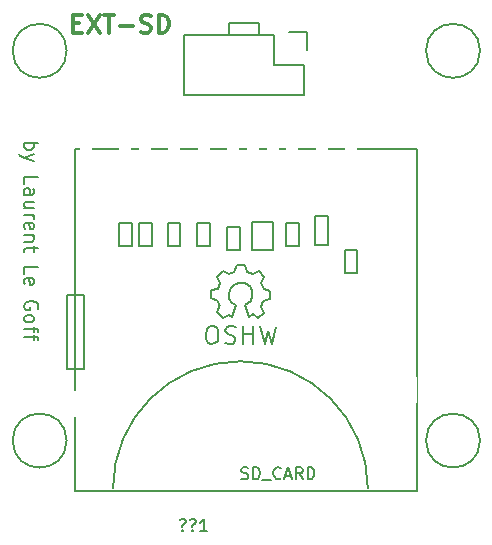
<source format=gto>
%TF.GenerationSoftware,KiCad,Pcbnew,(after 2015-mar-04 BZR unknown)-product*%
%TF.CreationDate,2015-09-16T22:55:14+02:00*%
%TF.JobID,smoothie_sd,736D6F6F746869655F73642E6B696361,rev?*%
%TF.FileFunction,Legend,Top*%
%FSLAX46Y46*%
G04 Gerber Fmt 4.6, Leading zero omitted, Abs format (unit mm)*
G04 Created by KiCad (PCBNEW (after 2015-mar-04 BZR unknown)-product) date 16/09/2015 22:55:14*
%MOMM*%
G01*
G04 APERTURE LIST*
%ADD10C,0.100000*%
%ADD11C,0.200000*%
%ADD12C,0.300000*%
%ADD13C,0.150000*%
%ADD14C,2.000000*%
%ADD15R,1.200000X2.200000*%
%ADD16R,1.000000X1.500000*%
%ADD17R,1.727200X1.727200*%
%ADD18O,1.727200X1.727200*%
%ADD19C,4.064000*%
G04 APERTURE END LIST*
D10*
D11*
X109693143Y-82801858D02*
X110893143Y-82801858D01*
X110436000Y-82801858D02*
X110493143Y-82916144D01*
X110493143Y-83144715D01*
X110436000Y-83259001D01*
X110378857Y-83316144D01*
X110264571Y-83373287D01*
X109921714Y-83373287D01*
X109807429Y-83316144D01*
X109750286Y-83259001D01*
X109693143Y-83144715D01*
X109693143Y-82916144D01*
X109750286Y-82801858D01*
X110493143Y-83773287D02*
X109693143Y-84059001D01*
X110493143Y-84344715D02*
X109693143Y-84059001D01*
X109407429Y-83944715D01*
X109350286Y-83887572D01*
X109293143Y-83773287D01*
X109693143Y-86287573D02*
X109693143Y-85716144D01*
X110893143Y-85716144D01*
X109693143Y-87201859D02*
X110321714Y-87201859D01*
X110436000Y-87144716D01*
X110493143Y-87030430D01*
X110493143Y-86801859D01*
X110436000Y-86687573D01*
X109750286Y-87201859D02*
X109693143Y-87087573D01*
X109693143Y-86801859D01*
X109750286Y-86687573D01*
X109864571Y-86630430D01*
X109978857Y-86630430D01*
X110093143Y-86687573D01*
X110150286Y-86801859D01*
X110150286Y-87087573D01*
X110207429Y-87201859D01*
X110493143Y-88287573D02*
X109693143Y-88287573D01*
X110493143Y-87773287D02*
X109864571Y-87773287D01*
X109750286Y-87830430D01*
X109693143Y-87944716D01*
X109693143Y-88116144D01*
X109750286Y-88230430D01*
X109807429Y-88287573D01*
X109693143Y-88859001D02*
X110493143Y-88859001D01*
X110264571Y-88859001D02*
X110378857Y-88916144D01*
X110436000Y-88973287D01*
X110493143Y-89087573D01*
X110493143Y-89201858D01*
X109750286Y-90059001D02*
X109693143Y-89944715D01*
X109693143Y-89716144D01*
X109750286Y-89601858D01*
X109864571Y-89544715D01*
X110321714Y-89544715D01*
X110436000Y-89601858D01*
X110493143Y-89716144D01*
X110493143Y-89944715D01*
X110436000Y-90059001D01*
X110321714Y-90116144D01*
X110207429Y-90116144D01*
X110093143Y-89544715D01*
X110493143Y-90630429D02*
X109693143Y-90630429D01*
X110378857Y-90630429D02*
X110436000Y-90687572D01*
X110493143Y-90801858D01*
X110493143Y-90973286D01*
X110436000Y-91087572D01*
X110321714Y-91144715D01*
X109693143Y-91144715D01*
X110493143Y-91544715D02*
X110493143Y-92001858D01*
X110893143Y-91716143D02*
X109864571Y-91716143D01*
X109750286Y-91773286D01*
X109693143Y-91887572D01*
X109693143Y-92001858D01*
X109693143Y-93887572D02*
X109693143Y-93316143D01*
X110893143Y-93316143D01*
X109750286Y-94744715D02*
X109693143Y-94630429D01*
X109693143Y-94401858D01*
X109750286Y-94287572D01*
X109864571Y-94230429D01*
X110321714Y-94230429D01*
X110436000Y-94287572D01*
X110493143Y-94401858D01*
X110493143Y-94630429D01*
X110436000Y-94744715D01*
X110321714Y-94801858D01*
X110207429Y-94801858D01*
X110093143Y-94230429D01*
X110836000Y-96859001D02*
X110893143Y-96744715D01*
X110893143Y-96573286D01*
X110836000Y-96401858D01*
X110721714Y-96287572D01*
X110607429Y-96230429D01*
X110378857Y-96173286D01*
X110207429Y-96173286D01*
X109978857Y-96230429D01*
X109864571Y-96287572D01*
X109750286Y-96401858D01*
X109693143Y-96573286D01*
X109693143Y-96687572D01*
X109750286Y-96859001D01*
X109807429Y-96916144D01*
X110207429Y-96916144D01*
X110207429Y-96687572D01*
X109693143Y-97601858D02*
X109750286Y-97487572D01*
X109807429Y-97430429D01*
X109921714Y-97373286D01*
X110264571Y-97373286D01*
X110378857Y-97430429D01*
X110436000Y-97487572D01*
X110493143Y-97601858D01*
X110493143Y-97773286D01*
X110436000Y-97887572D01*
X110378857Y-97944715D01*
X110264571Y-98001858D01*
X109921714Y-98001858D01*
X109807429Y-97944715D01*
X109750286Y-97887572D01*
X109693143Y-97773286D01*
X109693143Y-97601858D01*
X110493143Y-98344715D02*
X110493143Y-98801858D01*
X109693143Y-98516143D02*
X110721714Y-98516143D01*
X110836000Y-98573286D01*
X110893143Y-98687572D01*
X110893143Y-98801858D01*
X110493143Y-99030429D02*
X110493143Y-99487572D01*
X109693143Y-99201857D02*
X110721714Y-99201857D01*
X110836000Y-99259000D01*
X110893143Y-99373286D01*
X110893143Y-99487572D01*
D12*
X113856001Y-72663857D02*
X114356001Y-72663857D01*
X114570287Y-73449571D02*
X113856001Y-73449571D01*
X113856001Y-71949571D01*
X114570287Y-71949571D01*
X115070287Y-71949571D02*
X116070287Y-73449571D01*
X116070287Y-71949571D02*
X115070287Y-73449571D01*
X116427429Y-71949571D02*
X117284572Y-71949571D01*
X116856001Y-73449571D02*
X116856001Y-71949571D01*
X117784572Y-72878143D02*
X118927429Y-72878143D01*
X119570286Y-73378143D02*
X119784572Y-73449571D01*
X120141715Y-73449571D01*
X120284572Y-73378143D01*
X120356001Y-73306714D01*
X120427429Y-73163857D01*
X120427429Y-73021000D01*
X120356001Y-72878143D01*
X120284572Y-72806714D01*
X120141715Y-72735286D01*
X119856001Y-72663857D01*
X119713143Y-72592429D01*
X119641715Y-72521000D01*
X119570286Y-72378143D01*
X119570286Y-72235286D01*
X119641715Y-72092429D01*
X119713143Y-72021000D01*
X119856001Y-71949571D01*
X120213143Y-71949571D01*
X120427429Y-72021000D01*
X121070286Y-73449571D02*
X121070286Y-71949571D01*
X121427429Y-71949571D01*
X121641714Y-72021000D01*
X121784572Y-72163857D01*
X121856000Y-72306714D01*
X121927429Y-72592429D01*
X121927429Y-72806714D01*
X121856000Y-73092429D01*
X121784572Y-73235286D01*
X121641714Y-73378143D01*
X121427429Y-73449571D01*
X121070286Y-73449571D01*
D11*
X129540000Y-72644000D02*
X129540000Y-73660000D01*
X127000000Y-72644000D02*
X129540000Y-72644000D01*
X127000000Y-73660000D02*
X127000000Y-72644000D01*
D13*
X137906000Y-93792000D02*
X137906000Y-91823500D01*
X137906000Y-91823500D02*
X136826500Y-91823500D01*
X136826500Y-91823500D02*
X136826500Y-93792000D01*
X136826500Y-93792000D02*
X137906000Y-93792000D01*
X135429500Y-91442500D02*
X135429500Y-88966000D01*
X135429500Y-88966000D02*
X134350000Y-88966000D01*
X134350000Y-88966000D02*
X134350000Y-91442500D01*
X134350000Y-91442500D02*
X135429500Y-91442500D01*
X130794000Y-91887000D02*
X130794000Y-89474000D01*
X130794000Y-89474000D02*
X128952500Y-89474000D01*
X128952500Y-89474000D02*
X128952500Y-91887000D01*
X128952500Y-91887000D02*
X130794000Y-91887000D01*
X132953000Y-91506000D02*
X132953000Y-89537500D01*
X132953000Y-89537500D02*
X131873500Y-89537500D01*
X131873500Y-89537500D02*
X131873500Y-91506000D01*
X131873500Y-91506000D02*
X132953000Y-91506000D01*
X127936500Y-91887000D02*
X127936500Y-89918500D01*
X127936500Y-89918500D02*
X126857000Y-89918500D01*
X126857000Y-89918500D02*
X126857000Y-91887000D01*
X126857000Y-91887000D02*
X127936500Y-91887000D01*
X125460000Y-91506000D02*
X125460000Y-89537500D01*
X125460000Y-89537500D02*
X124317000Y-89537500D01*
X124317000Y-89537500D02*
X124317000Y-91506000D01*
X124317000Y-91506000D02*
X125460000Y-91506000D01*
X122920000Y-91506000D02*
X122920000Y-89537500D01*
X122920000Y-89537500D02*
X121840500Y-89537500D01*
X121840500Y-89537500D02*
X121840500Y-91506000D01*
X121840500Y-91506000D02*
X122920000Y-91506000D01*
X120507000Y-91506000D02*
X120507000Y-89537500D01*
X120507000Y-89537500D02*
X119427500Y-89537500D01*
X119427500Y-89537500D02*
X119427500Y-91506000D01*
X119427500Y-91506000D02*
X120507000Y-91506000D01*
X118792500Y-91506000D02*
X118792500Y-89537500D01*
X118792500Y-89537500D02*
X117713000Y-89537500D01*
X117713000Y-89537500D02*
X117713000Y-91506000D01*
X117713000Y-91506000D02*
X118792500Y-91506000D01*
X113331500Y-101920000D02*
X114728500Y-101920000D01*
X114728500Y-101920000D02*
X114728500Y-95633500D01*
X114728500Y-95633500D02*
X113331500Y-95633500D01*
X113331500Y-95633500D02*
X113331500Y-101856500D01*
X138795000Y-112080000D02*
G75*
G03X128000000Y-101285000I-10795000J0D01*
G01*
X128000000Y-101285000D02*
G75*
G03X117205000Y-112080000I0J-10795000D01*
G01*
X142922500Y-107000000D02*
X142922500Y-83314500D01*
X142922500Y-83314500D02*
X114030000Y-83314500D01*
X114030000Y-83314500D02*
X114030000Y-112270500D01*
X114030000Y-112270500D02*
X142922500Y-112270500D01*
X142922500Y-112270500D02*
X142922500Y-107000000D01*
X130810000Y-73660000D02*
X123190000Y-73660000D01*
X123190000Y-73660000D02*
X123190000Y-78740000D01*
X123190000Y-78740000D02*
X133350000Y-78740000D01*
X133350000Y-78740000D02*
X133350000Y-76200000D01*
X133630000Y-74930000D02*
X133630000Y-73380000D01*
X133350000Y-76200000D02*
X130810000Y-76200000D01*
X130810000Y-76200000D02*
X130810000Y-73660000D01*
X133630000Y-73380000D02*
X132080000Y-73380000D01*
X148286000Y-108000000D02*
G75*
G03X148286000Y-108000000I-2286000J0D01*
G01*
X113286000Y-108000000D02*
G75*
G03X113286000Y-108000000I-2286000J0D01*
G01*
X148286000Y-75000000D02*
G75*
G03X148286000Y-75000000I-2286000J0D01*
G01*
X113286000Y-75000000D02*
G75*
G03X113286000Y-75000000I-2286000J0D01*
G01*
X129684780Y-98320860D02*
X130045460Y-99791520D01*
X130045460Y-99791520D02*
X130324860Y-98729800D01*
X130324860Y-98729800D02*
X130634740Y-99801680D01*
X130634740Y-99801680D02*
X130975100Y-98351340D01*
X128264920Y-99011740D02*
X129054860Y-99001580D01*
X129054860Y-99001580D02*
X129065020Y-99011740D01*
X129065020Y-99011740D02*
X129065020Y-99001580D01*
X129105660Y-98290380D02*
X129105660Y-99832160D01*
X128216660Y-98280220D02*
X128216660Y-99849940D01*
X128216660Y-99849940D02*
X128226820Y-99839780D01*
X127665480Y-98381820D02*
X127314960Y-98300540D01*
X127314960Y-98300540D02*
X126994920Y-98290380D01*
X126994920Y-98290380D02*
X126756160Y-98491040D01*
X126756160Y-98491040D02*
X126725680Y-98760280D01*
X126725680Y-98760280D02*
X126966980Y-99001580D01*
X126966980Y-99001580D02*
X127355600Y-99131120D01*
X127355600Y-99131120D02*
X127535940Y-99291140D01*
X127535940Y-99291140D02*
X127576580Y-99590860D01*
X127576580Y-99590860D02*
X127345440Y-99811840D01*
X127345440Y-99811840D02*
X127025400Y-99839780D01*
X127025400Y-99839780D02*
X126674880Y-99730560D01*
X125636020Y-98280220D02*
X125387100Y-98300540D01*
X125387100Y-98300540D02*
X125145800Y-98541840D01*
X125145800Y-98541840D02*
X125056900Y-99032060D01*
X125056900Y-99032060D02*
X125084840Y-99380040D01*
X125084840Y-99380040D02*
X125285500Y-99700080D01*
X125285500Y-99700080D02*
X125536960Y-99822000D01*
X125536960Y-99822000D02*
X125846840Y-99750880D01*
X125846840Y-99750880D02*
X126065280Y-99570540D01*
X126065280Y-99570540D02*
X126136400Y-99110800D01*
X126136400Y-99110800D02*
X126085600Y-98701860D01*
X126085600Y-98701860D02*
X125976380Y-98419920D01*
X125976380Y-98419920D02*
X125615700Y-98290380D01*
X126235460Y-96560640D02*
X125976380Y-97121980D01*
X125976380Y-97121980D02*
X126514860Y-97640140D01*
X126514860Y-97640140D02*
X127035560Y-97370900D01*
X127035560Y-97370900D02*
X127314960Y-97530920D01*
X128755140Y-97510600D02*
X129085340Y-97320100D01*
X129085340Y-97320100D02*
X129524760Y-97650300D01*
X129524760Y-97650300D02*
X129997200Y-97160080D01*
X129997200Y-97160080D02*
X129715260Y-96680020D01*
X129715260Y-96680020D02*
X129905760Y-96210120D01*
X129905760Y-96210120D02*
X130515360Y-96022160D01*
X130515360Y-96022160D02*
X130515360Y-95341440D01*
X130515360Y-95341440D02*
X129956560Y-95201740D01*
X129956560Y-95201740D02*
X129755900Y-94630240D01*
X129755900Y-94630240D02*
X130025140Y-94160340D01*
X130025140Y-94160340D02*
X129555240Y-93649800D01*
X129555240Y-93649800D02*
X129037080Y-93911420D01*
X129037080Y-93911420D02*
X128567180Y-93710760D01*
X128567180Y-93710760D02*
X128397000Y-93169740D01*
X128397000Y-93169740D02*
X127706120Y-93151960D01*
X127706120Y-93151960D02*
X127495300Y-93700600D01*
X127495300Y-93700600D02*
X127076200Y-93870780D01*
X127076200Y-93870780D02*
X126525020Y-93601540D01*
X126525020Y-93601540D02*
X126006860Y-94129860D01*
X126006860Y-94129860D02*
X126255780Y-94670880D01*
X126255780Y-94670880D02*
X126085600Y-95150940D01*
X126085600Y-95150940D02*
X125536960Y-95250000D01*
X125536960Y-95250000D02*
X125526800Y-95951040D01*
X125526800Y-95951040D02*
X126085600Y-96151700D01*
X126085600Y-96151700D02*
X126225300Y-96550480D01*
X128366520Y-96530160D02*
X128666240Y-96380300D01*
X128666240Y-96380300D02*
X128866900Y-96182180D01*
X128866900Y-96182180D02*
X129016760Y-95780860D01*
X129016760Y-95780860D02*
X129016760Y-95382080D01*
X129016760Y-95382080D02*
X128866900Y-95031560D01*
X128866900Y-95031560D02*
X128414780Y-94681040D01*
X128414780Y-94681040D02*
X127965200Y-94630240D01*
X127965200Y-94630240D02*
X127566420Y-94731840D01*
X127566420Y-94731840D02*
X127165100Y-95079820D01*
X127165100Y-95079820D02*
X127015240Y-95531940D01*
X127015240Y-95531940D02*
X127066040Y-96029780D01*
X127066040Y-96029780D02*
X127314960Y-96332040D01*
X127314960Y-96332040D02*
X127665480Y-96530160D01*
X127665480Y-96530160D02*
X127314960Y-97530920D01*
X128366520Y-96530160D02*
X128765300Y-97530920D01*
X123075819Y-115571543D02*
X123123438Y-115619162D01*
X123075819Y-115666781D01*
X123028200Y-115619162D01*
X123075819Y-115571543D01*
X123075819Y-115666781D01*
X122885343Y-114714400D02*
X122980581Y-114666781D01*
X123218677Y-114666781D01*
X123313915Y-114714400D01*
X123361534Y-114809638D01*
X123361534Y-114904876D01*
X123313915Y-115000114D01*
X123266296Y-115047733D01*
X123171057Y-115095352D01*
X123123438Y-115142971D01*
X123075819Y-115238210D01*
X123075819Y-115285829D01*
X123932962Y-115571543D02*
X123980581Y-115619162D01*
X123932962Y-115666781D01*
X123885343Y-115619162D01*
X123932962Y-115571543D01*
X123932962Y-115666781D01*
X123742486Y-114714400D02*
X123837724Y-114666781D01*
X124075820Y-114666781D01*
X124171058Y-114714400D01*
X124218677Y-114809638D01*
X124218677Y-114904876D01*
X124171058Y-115000114D01*
X124123439Y-115047733D01*
X124028200Y-115095352D01*
X123980581Y-115142971D01*
X123932962Y-115238210D01*
X123932962Y-115285829D01*
X125171058Y-115666781D02*
X124599629Y-115666781D01*
X124885343Y-115666781D02*
X124885343Y-114666781D01*
X124790105Y-114809638D01*
X124694867Y-114904876D01*
X124599629Y-114952495D01*
X128079762Y-111214762D02*
X128222619Y-111262381D01*
X128460715Y-111262381D01*
X128555953Y-111214762D01*
X128603572Y-111167143D01*
X128651191Y-111071905D01*
X128651191Y-110976667D01*
X128603572Y-110881429D01*
X128555953Y-110833810D01*
X128460715Y-110786190D01*
X128270238Y-110738571D01*
X128175000Y-110690952D01*
X128127381Y-110643333D01*
X128079762Y-110548095D01*
X128079762Y-110452857D01*
X128127381Y-110357619D01*
X128175000Y-110310000D01*
X128270238Y-110262381D01*
X128508334Y-110262381D01*
X128651191Y-110310000D01*
X129079762Y-111262381D02*
X129079762Y-110262381D01*
X129317857Y-110262381D01*
X129460715Y-110310000D01*
X129555953Y-110405238D01*
X129603572Y-110500476D01*
X129651191Y-110690952D01*
X129651191Y-110833810D01*
X129603572Y-111024286D01*
X129555953Y-111119524D01*
X129460715Y-111214762D01*
X129317857Y-111262381D01*
X129079762Y-111262381D01*
X129841667Y-111357619D02*
X130603572Y-111357619D01*
X131413096Y-111167143D02*
X131365477Y-111214762D01*
X131222620Y-111262381D01*
X131127382Y-111262381D01*
X130984524Y-111214762D01*
X130889286Y-111119524D01*
X130841667Y-111024286D01*
X130794048Y-110833810D01*
X130794048Y-110690952D01*
X130841667Y-110500476D01*
X130889286Y-110405238D01*
X130984524Y-110310000D01*
X131127382Y-110262381D01*
X131222620Y-110262381D01*
X131365477Y-110310000D01*
X131413096Y-110357619D01*
X131794048Y-110976667D02*
X132270239Y-110976667D01*
X131698810Y-111262381D02*
X132032143Y-110262381D01*
X132365477Y-111262381D01*
X133270239Y-111262381D02*
X132936905Y-110786190D01*
X132698810Y-111262381D02*
X132698810Y-110262381D01*
X133079763Y-110262381D01*
X133175001Y-110310000D01*
X133222620Y-110357619D01*
X133270239Y-110452857D01*
X133270239Y-110595714D01*
X133222620Y-110690952D01*
X133175001Y-110738571D01*
X133079763Y-110786190D01*
X132698810Y-110786190D01*
X133698810Y-111262381D02*
X133698810Y-110262381D01*
X133936905Y-110262381D01*
X134079763Y-110310000D01*
X134175001Y-110405238D01*
X134222620Y-110500476D01*
X134270239Y-110690952D01*
X134270239Y-110833810D01*
X134222620Y-111024286D01*
X134175001Y-111119524D01*
X134079763Y-111214762D01*
X133936905Y-111262381D01*
X133698810Y-111262381D01*
%LPC*%
D14*
X140065000Y-107000000D03*
X115935000Y-107000000D03*
D15*
X142400000Y-103700000D03*
X114400000Y-104900000D03*
D16*
X134875000Y-82700000D03*
X132375000Y-82700000D03*
X129075000Y-82700000D03*
X127375000Y-82700000D03*
X124875000Y-82700000D03*
X122375000Y-82700000D03*
X119950000Y-82700000D03*
X118250000Y-82700000D03*
X137375000Y-82700000D03*
X130725000Y-82700000D03*
X114900000Y-82700000D03*
D17*
X132080000Y-74930000D03*
D18*
X132080000Y-77470000D03*
X129540000Y-74930000D03*
X129540000Y-77470000D03*
X127000000Y-74930000D03*
X127000000Y-77470000D03*
X124460000Y-74930000D03*
X124460000Y-77470000D03*
D19*
X146000000Y-108000000D03*
X111000000Y-108000000D03*
X146000000Y-75000000D03*
X111000000Y-75000000D03*
M02*

</source>
